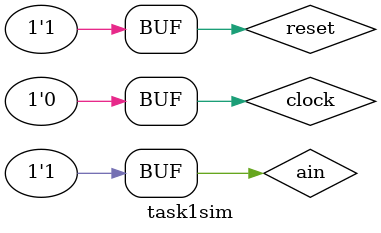
<source format=v>
`timescale 1ns / 1ps


module task1sim(
    );
    reg clock;
	reg reset;
	reg ain;
	reg count;
	wire yout;
 
    task1 DUT (.clock(clock), .reset(reset), .ain(ain), .count(count), .yout(yout));
    

    initial begin
        #0  clock=0; reset=1; ain=0; //0
        #5  clock=1; reset=1; ain=0;  //5
        #5  clock=0; reset=1; ain=0;  //10
        #5  clock=1; reset=1; ain=0;  //15
        #5  clock=0; reset=0; ain=0;  //20 
        #5  clock=1; reset=0; ain=0;  //25
        #5  clock=0; reset=0; ain=0;  //30
        #5  clock=1; reset=0; ain=0;  //35
        #5  clock=0; reset=0; ain=1;  //40
        #5  clock=1; reset=0; ain=1;  //45
        #5  clock=0; reset=0; ain=1;  //50
        #5  clock=1; reset=0; ain=1;  //55
        #5  clock=0; reset=0; ain=0;  //60
        #5  clock=1; reset=0; ain=0;  //65
        #5  clock=0; reset=0; ain=0;  //70
        #5  clock=1; reset=0; ain=0;  //75
        #5  clock=0; reset=0; ain=0; //80
        #5  clock=1; reset=0; ain=0;  //85
        #5  clock=0; reset=0; ain=0;  //90
        #5  clock=1; reset=0; ain=0;  //95
        #5  clock=0; reset=0; ain=0;  //100
        #5  clock=1; reset=0; ain=0;  //105
        #5  clock=0; reset=0; ain=0;  //110
        #5  clock=1; reset=0; ain=0;  //115
        #5  clock=0; reset=0; ain=1;  //120
        #5  clock=1; reset=0; ain=1;  //125
        #5  clock=0; reset=0; ain=1;  //130
        #5  clock=1; reset=0; ain=1;  //135
        #5  clock=0; reset=0; ain=1;  //140
        #5  clock=1; reset=0; ain=1;  //145
        #5  clock=0; reset=0; ain=1;  //150
        #5  clock=1; reset=0; ain=1;  //155
        #5  clock=0; reset=0; ain=0;  //160
        #5  clock=1; reset=0; ain=0;  //165
        #5  clock=0; reset=0; ain=0;  //170
        #5  clock=1; reset=0; ain=0;  //175
        #5  clock=0; reset=0; ain=1;  //180
        #5  clock=1; reset=0; ain=1;  //185
        #5  clock=0; reset=1; ain=1;  //190
        #5  clock=1; reset=1; ain=1;  //195
        #5  clock=0; reset=1; ain=1;  //200

       
    end
endmodule

</source>
